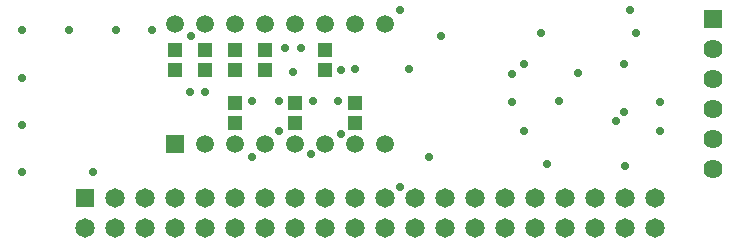
<source format=gbs>
G04 Layer_Color=8150272*
%FSLAX25Y25*%
%MOIN*%
G70*
G01*
G75*
%ADD32C,0.06394*%
%ADD33R,0.06394X0.06394*%
%ADD34R,0.05906X0.05906*%
%ADD35C,0.05906*%
%ADD36C,0.06496*%
%ADD37R,0.06496X0.06496*%
%ADD38C,0.00394*%
%ADD39C,0.02756*%
%ADD40R,0.04528X0.04921*%
D32*
X399606Y205906D02*
D03*
Y215905D02*
D03*
Y225905D02*
D03*
Y235906D02*
D03*
Y245905D02*
D03*
D33*
Y255906D02*
D03*
D34*
X220433Y214252D02*
D03*
D35*
X230433D02*
D03*
X240433D02*
D03*
X250433D02*
D03*
X260433D02*
D03*
X270433D02*
D03*
X280433D02*
D03*
X290433D02*
D03*
Y254252D02*
D03*
X280433D02*
D03*
X270433D02*
D03*
X260433D02*
D03*
X250433D02*
D03*
X240433D02*
D03*
X230433D02*
D03*
X220433D02*
D03*
D36*
X380433Y185945D02*
D03*
X370433D02*
D03*
X360433D02*
D03*
X350433D02*
D03*
X340433D02*
D03*
X330433D02*
D03*
X320433D02*
D03*
X310433D02*
D03*
X300433D02*
D03*
X290433D02*
D03*
X280433D02*
D03*
X270433D02*
D03*
X260433D02*
D03*
X250433D02*
D03*
X240433D02*
D03*
X230433D02*
D03*
X220433D02*
D03*
X210433D02*
D03*
X200433D02*
D03*
X190433D02*
D03*
X380433Y195945D02*
D03*
X370433D02*
D03*
X360433D02*
D03*
X350433D02*
D03*
X340433D02*
D03*
X330433D02*
D03*
X320433D02*
D03*
X310433D02*
D03*
X300433D02*
D03*
X290433D02*
D03*
X280433D02*
D03*
X270433D02*
D03*
X260433D02*
D03*
X250433D02*
D03*
X240433D02*
D03*
X230433D02*
D03*
X220433D02*
D03*
X210433D02*
D03*
X200433D02*
D03*
D37*
X190433D02*
D03*
D38*
X399606Y190945D02*
D03*
X171260D02*
D03*
D39*
X230433Y231299D02*
D03*
X256890Y246063D02*
D03*
X262205D02*
D03*
X280512Y239173D02*
D03*
X266535Y228346D02*
D03*
X265748Y210630D02*
D03*
X298228Y239173D02*
D03*
X309055Y250000D02*
D03*
X342520Y250984D02*
D03*
X295276Y199803D02*
D03*
X305118Y209646D02*
D03*
X374016Y250984D02*
D03*
X372047Y258858D02*
D03*
X246063Y209646D02*
D03*
X254906Y218520D02*
D03*
X275590Y217520D02*
D03*
X274803Y228346D02*
D03*
X255118D02*
D03*
X246063D02*
D03*
X225394Y231299D02*
D03*
X259842Y238189D02*
D03*
X192913Y204724D02*
D03*
X212598Y251969D02*
D03*
X200787D02*
D03*
X185039D02*
D03*
X169291Y204724D02*
D03*
Y220472D02*
D03*
Y236221D02*
D03*
Y251969D02*
D03*
X295276Y258858D02*
D03*
X348425Y228346D02*
D03*
X336614Y218504D02*
D03*
X344488Y207480D02*
D03*
X354695Y237795D02*
D03*
X225590Y250000D02*
D03*
X370472Y206693D02*
D03*
X381890Y218504D02*
D03*
Y228004D02*
D03*
X367323Y221704D02*
D03*
X370079Y240628D02*
D03*
X336614D02*
D03*
X332677Y237478D02*
D03*
X275590Y238878D02*
D03*
X370079Y224803D02*
D03*
X332677Y228004D02*
D03*
D40*
X250433Y245374D02*
D03*
Y238878D02*
D03*
X240433Y245374D02*
D03*
Y238878D02*
D03*
X220433Y245374D02*
D03*
Y238878D02*
D03*
X270433Y245374D02*
D03*
Y238878D02*
D03*
X280433Y227658D02*
D03*
Y221161D02*
D03*
X260433D02*
D03*
Y227658D02*
D03*
X230433Y238878D02*
D03*
Y245374D02*
D03*
X240433Y221161D02*
D03*
Y227658D02*
D03*
M02*

</source>
